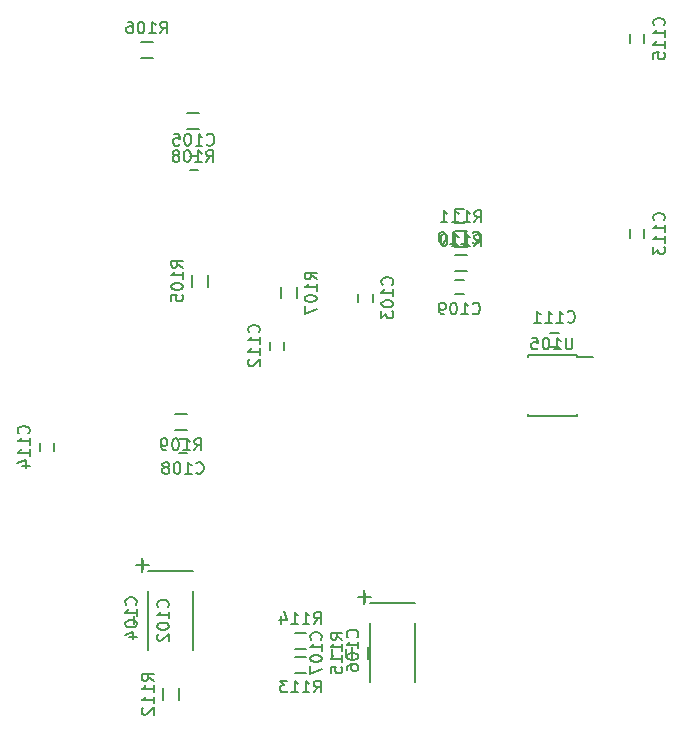
<source format=gbr>
G04 #@! TF.FileFunction,Legend,Bot*
%FSLAX46Y46*%
G04 Gerber Fmt 4.6, Leading zero omitted, Abs format (unit mm)*
G04 Created by KiCad (PCBNEW (2016-04-29 BZR 6716)-stable) date Wed 03 Aug 2016 14:46:28 CEST*
%MOMM*%
%LPD*%
G01*
G04 APERTURE LIST*
%ADD10C,0.100000*%
%ADD11C,0.150000*%
G04 APERTURE END LIST*
D10*
D11*
X121100000Y-158100000D02*
X121100000Y-157400000D01*
X119900000Y-157400000D02*
X119900000Y-158100000D01*
X140100000Y-130800000D02*
X140100000Y-130100000D01*
X138900000Y-130100000D02*
X138900000Y-130800000D01*
X125300000Y-118400000D02*
X124600000Y-118400000D01*
X124600000Y-119600000D02*
X125300000Y-119600000D01*
X136650000Y-160150000D02*
X136650000Y-160850000D01*
X137850000Y-160850000D02*
X137850000Y-160150000D01*
X123700000Y-143600000D02*
X124400000Y-143600000D01*
X124400000Y-142400000D02*
X123700000Y-142400000D01*
X147100000Y-130100000D02*
X147800000Y-130100000D01*
X147800000Y-128900000D02*
X147100000Y-128900000D01*
X147100000Y-124100000D02*
X147800000Y-124100000D01*
X147800000Y-122900000D02*
X147100000Y-122900000D01*
X126175000Y-129500000D02*
X126175000Y-128500000D01*
X124825000Y-128500000D02*
X124825000Y-129500000D01*
X120500000Y-110175000D02*
X121500000Y-110175000D01*
X121500000Y-108825000D02*
X120500000Y-108825000D01*
X132325000Y-129500000D02*
X132325000Y-130500000D01*
X133675000Y-130500000D02*
X133675000Y-129500000D01*
X125400000Y-114825000D02*
X124400000Y-114825000D01*
X124400000Y-116175000D02*
X125400000Y-116175000D01*
X124400000Y-140325000D02*
X123400000Y-140325000D01*
X123400000Y-141675000D02*
X124400000Y-141675000D01*
X147100000Y-128175000D02*
X148100000Y-128175000D01*
X148100000Y-126825000D02*
X147100000Y-126825000D01*
X147100000Y-126175000D02*
X148100000Y-126175000D01*
X148100000Y-124825000D02*
X147100000Y-124825000D01*
X157375000Y-135290000D02*
X157375000Y-135435000D01*
X153225000Y-135290000D02*
X153225000Y-135435000D01*
X153225000Y-140440000D02*
X153225000Y-140295000D01*
X157375000Y-140440000D02*
X157375000Y-140295000D01*
X157375000Y-135290000D02*
X153225000Y-135290000D01*
X157375000Y-140440000D02*
X153225000Y-140440000D01*
X157375000Y-135435000D02*
X158775000Y-135435000D01*
X155850000Y-133400000D02*
X155150000Y-133400000D01*
X155150000Y-134600000D02*
X155850000Y-134600000D01*
X131400000Y-134150000D02*
X131400000Y-134850000D01*
X132600000Y-134850000D02*
X132600000Y-134150000D01*
X163100000Y-125350000D02*
X163100000Y-124650000D01*
X161900000Y-124650000D02*
X161900000Y-125350000D01*
X111900000Y-142700000D02*
X111900000Y-143400000D01*
X113100000Y-143400000D02*
X113100000Y-142700000D01*
X163100000Y-108850000D02*
X163100000Y-108150000D01*
X161900000Y-108150000D02*
X161900000Y-108850000D01*
X123675000Y-164500000D02*
X123675000Y-163500000D01*
X122325000Y-163500000D02*
X122325000Y-164500000D01*
X134500000Y-160825000D02*
X133500000Y-160825000D01*
X133500000Y-162175000D02*
X134500000Y-162175000D01*
X133500000Y-160175000D02*
X134500000Y-160175000D01*
X134500000Y-158825000D02*
X133500000Y-158825000D01*
X139675000Y-161000000D02*
X139675000Y-160000000D01*
X138325000Y-160000000D02*
X138325000Y-161000000D01*
X121100080Y-153548840D02*
X124899920Y-153548840D01*
X121100080Y-160249360D02*
X121100080Y-155250640D01*
X124899920Y-160246820D02*
X124899920Y-155248100D01*
X120096780Y-153045920D02*
X121196600Y-153045920D01*
X120597160Y-152446480D02*
X120597160Y-153645360D01*
X139850080Y-156298840D02*
X143649920Y-156298840D01*
X139850080Y-162999360D02*
X139850080Y-158000640D01*
X143649920Y-162996820D02*
X143649920Y-157998100D01*
X138846780Y-155795920D02*
X139946600Y-155795920D01*
X139347160Y-155196480D02*
X139347160Y-156395360D01*
X122757142Y-156630952D02*
X122804761Y-156583333D01*
X122852380Y-156440476D01*
X122852380Y-156345238D01*
X122804761Y-156202380D01*
X122709523Y-156107142D01*
X122614285Y-156059523D01*
X122423809Y-156011904D01*
X122280952Y-156011904D01*
X122090476Y-156059523D01*
X121995238Y-156107142D01*
X121900000Y-156202380D01*
X121852380Y-156345238D01*
X121852380Y-156440476D01*
X121900000Y-156583333D01*
X121947619Y-156630952D01*
X122852380Y-157583333D02*
X122852380Y-157011904D01*
X122852380Y-157297619D02*
X121852380Y-157297619D01*
X121995238Y-157202380D01*
X122090476Y-157107142D01*
X122138095Y-157011904D01*
X121852380Y-158202380D02*
X121852380Y-158297619D01*
X121900000Y-158392857D01*
X121947619Y-158440476D01*
X122042857Y-158488095D01*
X122233333Y-158535714D01*
X122471428Y-158535714D01*
X122661904Y-158488095D01*
X122757142Y-158440476D01*
X122804761Y-158392857D01*
X122852380Y-158297619D01*
X122852380Y-158202380D01*
X122804761Y-158107142D01*
X122757142Y-158059523D01*
X122661904Y-158011904D01*
X122471428Y-157964285D01*
X122233333Y-157964285D01*
X122042857Y-158011904D01*
X121947619Y-158059523D01*
X121900000Y-158107142D01*
X121852380Y-158202380D01*
X121947619Y-158916666D02*
X121900000Y-158964285D01*
X121852380Y-159059523D01*
X121852380Y-159297619D01*
X121900000Y-159392857D01*
X121947619Y-159440476D01*
X122042857Y-159488095D01*
X122138095Y-159488095D01*
X122280952Y-159440476D01*
X122852380Y-158869047D01*
X122852380Y-159488095D01*
X141757142Y-129330952D02*
X141804761Y-129283333D01*
X141852380Y-129140476D01*
X141852380Y-129045238D01*
X141804761Y-128902380D01*
X141709523Y-128807142D01*
X141614285Y-128759523D01*
X141423809Y-128711904D01*
X141280952Y-128711904D01*
X141090476Y-128759523D01*
X140995238Y-128807142D01*
X140900000Y-128902380D01*
X140852380Y-129045238D01*
X140852380Y-129140476D01*
X140900000Y-129283333D01*
X140947619Y-129330952D01*
X141852380Y-130283333D02*
X141852380Y-129711904D01*
X141852380Y-129997619D02*
X140852380Y-129997619D01*
X140995238Y-129902380D01*
X141090476Y-129807142D01*
X141138095Y-129711904D01*
X140852380Y-130902380D02*
X140852380Y-130997619D01*
X140900000Y-131092857D01*
X140947619Y-131140476D01*
X141042857Y-131188095D01*
X141233333Y-131235714D01*
X141471428Y-131235714D01*
X141661904Y-131188095D01*
X141757142Y-131140476D01*
X141804761Y-131092857D01*
X141852380Y-130997619D01*
X141852380Y-130902380D01*
X141804761Y-130807142D01*
X141757142Y-130759523D01*
X141661904Y-130711904D01*
X141471428Y-130664285D01*
X141233333Y-130664285D01*
X141042857Y-130711904D01*
X140947619Y-130759523D01*
X140900000Y-130807142D01*
X140852380Y-130902380D01*
X140852380Y-131569047D02*
X140852380Y-132188095D01*
X141233333Y-131854761D01*
X141233333Y-131997619D01*
X141280952Y-132092857D01*
X141328571Y-132140476D01*
X141423809Y-132188095D01*
X141661904Y-132188095D01*
X141757142Y-132140476D01*
X141804761Y-132092857D01*
X141852380Y-131997619D01*
X141852380Y-131711904D01*
X141804761Y-131616666D01*
X141757142Y-131569047D01*
X126069047Y-117457142D02*
X126116666Y-117504761D01*
X126259523Y-117552380D01*
X126354761Y-117552380D01*
X126497619Y-117504761D01*
X126592857Y-117409523D01*
X126640476Y-117314285D01*
X126688095Y-117123809D01*
X126688095Y-116980952D01*
X126640476Y-116790476D01*
X126592857Y-116695238D01*
X126497619Y-116600000D01*
X126354761Y-116552380D01*
X126259523Y-116552380D01*
X126116666Y-116600000D01*
X126069047Y-116647619D01*
X125116666Y-117552380D02*
X125688095Y-117552380D01*
X125402380Y-117552380D02*
X125402380Y-116552380D01*
X125497619Y-116695238D01*
X125592857Y-116790476D01*
X125688095Y-116838095D01*
X124497619Y-116552380D02*
X124402380Y-116552380D01*
X124307142Y-116600000D01*
X124259523Y-116647619D01*
X124211904Y-116742857D01*
X124164285Y-116933333D01*
X124164285Y-117171428D01*
X124211904Y-117361904D01*
X124259523Y-117457142D01*
X124307142Y-117504761D01*
X124402380Y-117552380D01*
X124497619Y-117552380D01*
X124592857Y-117504761D01*
X124640476Y-117457142D01*
X124688095Y-117361904D01*
X124735714Y-117171428D01*
X124735714Y-116933333D01*
X124688095Y-116742857D01*
X124640476Y-116647619D01*
X124592857Y-116600000D01*
X124497619Y-116552380D01*
X123259523Y-116552380D02*
X123735714Y-116552380D01*
X123783333Y-117028571D01*
X123735714Y-116980952D01*
X123640476Y-116933333D01*
X123402380Y-116933333D01*
X123307142Y-116980952D01*
X123259523Y-117028571D01*
X123211904Y-117123809D01*
X123211904Y-117361904D01*
X123259523Y-117457142D01*
X123307142Y-117504761D01*
X123402380Y-117552380D01*
X123640476Y-117552380D01*
X123735714Y-117504761D01*
X123783333Y-117457142D01*
X135707142Y-159380952D02*
X135754761Y-159333333D01*
X135802380Y-159190476D01*
X135802380Y-159095238D01*
X135754761Y-158952380D01*
X135659523Y-158857142D01*
X135564285Y-158809523D01*
X135373809Y-158761904D01*
X135230952Y-158761904D01*
X135040476Y-158809523D01*
X134945238Y-158857142D01*
X134850000Y-158952380D01*
X134802380Y-159095238D01*
X134802380Y-159190476D01*
X134850000Y-159333333D01*
X134897619Y-159380952D01*
X135802380Y-160333333D02*
X135802380Y-159761904D01*
X135802380Y-160047619D02*
X134802380Y-160047619D01*
X134945238Y-159952380D01*
X135040476Y-159857142D01*
X135088095Y-159761904D01*
X134802380Y-160952380D02*
X134802380Y-161047619D01*
X134850000Y-161142857D01*
X134897619Y-161190476D01*
X134992857Y-161238095D01*
X135183333Y-161285714D01*
X135421428Y-161285714D01*
X135611904Y-161238095D01*
X135707142Y-161190476D01*
X135754761Y-161142857D01*
X135802380Y-161047619D01*
X135802380Y-160952380D01*
X135754761Y-160857142D01*
X135707142Y-160809523D01*
X135611904Y-160761904D01*
X135421428Y-160714285D01*
X135183333Y-160714285D01*
X134992857Y-160761904D01*
X134897619Y-160809523D01*
X134850000Y-160857142D01*
X134802380Y-160952380D01*
X134802380Y-161619047D02*
X134802380Y-162285714D01*
X135802380Y-161857142D01*
X125169047Y-145257142D02*
X125216666Y-145304761D01*
X125359523Y-145352380D01*
X125454761Y-145352380D01*
X125597619Y-145304761D01*
X125692857Y-145209523D01*
X125740476Y-145114285D01*
X125788095Y-144923809D01*
X125788095Y-144780952D01*
X125740476Y-144590476D01*
X125692857Y-144495238D01*
X125597619Y-144400000D01*
X125454761Y-144352380D01*
X125359523Y-144352380D01*
X125216666Y-144400000D01*
X125169047Y-144447619D01*
X124216666Y-145352380D02*
X124788095Y-145352380D01*
X124502380Y-145352380D02*
X124502380Y-144352380D01*
X124597619Y-144495238D01*
X124692857Y-144590476D01*
X124788095Y-144638095D01*
X123597619Y-144352380D02*
X123502380Y-144352380D01*
X123407142Y-144400000D01*
X123359523Y-144447619D01*
X123311904Y-144542857D01*
X123264285Y-144733333D01*
X123264285Y-144971428D01*
X123311904Y-145161904D01*
X123359523Y-145257142D01*
X123407142Y-145304761D01*
X123502380Y-145352380D01*
X123597619Y-145352380D01*
X123692857Y-145304761D01*
X123740476Y-145257142D01*
X123788095Y-145161904D01*
X123835714Y-144971428D01*
X123835714Y-144733333D01*
X123788095Y-144542857D01*
X123740476Y-144447619D01*
X123692857Y-144400000D01*
X123597619Y-144352380D01*
X122692857Y-144780952D02*
X122788095Y-144733333D01*
X122835714Y-144685714D01*
X122883333Y-144590476D01*
X122883333Y-144542857D01*
X122835714Y-144447619D01*
X122788095Y-144400000D01*
X122692857Y-144352380D01*
X122502380Y-144352380D01*
X122407142Y-144400000D01*
X122359523Y-144447619D01*
X122311904Y-144542857D01*
X122311904Y-144590476D01*
X122359523Y-144685714D01*
X122407142Y-144733333D01*
X122502380Y-144780952D01*
X122692857Y-144780952D01*
X122788095Y-144828571D01*
X122835714Y-144876190D01*
X122883333Y-144971428D01*
X122883333Y-145161904D01*
X122835714Y-145257142D01*
X122788095Y-145304761D01*
X122692857Y-145352380D01*
X122502380Y-145352380D01*
X122407142Y-145304761D01*
X122359523Y-145257142D01*
X122311904Y-145161904D01*
X122311904Y-144971428D01*
X122359523Y-144876190D01*
X122407142Y-144828571D01*
X122502380Y-144780952D01*
X148569047Y-131757142D02*
X148616666Y-131804761D01*
X148759523Y-131852380D01*
X148854761Y-131852380D01*
X148997619Y-131804761D01*
X149092857Y-131709523D01*
X149140476Y-131614285D01*
X149188095Y-131423809D01*
X149188095Y-131280952D01*
X149140476Y-131090476D01*
X149092857Y-130995238D01*
X148997619Y-130900000D01*
X148854761Y-130852380D01*
X148759523Y-130852380D01*
X148616666Y-130900000D01*
X148569047Y-130947619D01*
X147616666Y-131852380D02*
X148188095Y-131852380D01*
X147902380Y-131852380D02*
X147902380Y-130852380D01*
X147997619Y-130995238D01*
X148092857Y-131090476D01*
X148188095Y-131138095D01*
X146997619Y-130852380D02*
X146902380Y-130852380D01*
X146807142Y-130900000D01*
X146759523Y-130947619D01*
X146711904Y-131042857D01*
X146664285Y-131233333D01*
X146664285Y-131471428D01*
X146711904Y-131661904D01*
X146759523Y-131757142D01*
X146807142Y-131804761D01*
X146902380Y-131852380D01*
X146997619Y-131852380D01*
X147092857Y-131804761D01*
X147140476Y-131757142D01*
X147188095Y-131661904D01*
X147235714Y-131471428D01*
X147235714Y-131233333D01*
X147188095Y-131042857D01*
X147140476Y-130947619D01*
X147092857Y-130900000D01*
X146997619Y-130852380D01*
X146188095Y-131852380D02*
X145997619Y-131852380D01*
X145902380Y-131804761D01*
X145854761Y-131757142D01*
X145759523Y-131614285D01*
X145711904Y-131423809D01*
X145711904Y-131042857D01*
X145759523Y-130947619D01*
X145807142Y-130900000D01*
X145902380Y-130852380D01*
X146092857Y-130852380D01*
X146188095Y-130900000D01*
X146235714Y-130947619D01*
X146283333Y-131042857D01*
X146283333Y-131280952D01*
X146235714Y-131376190D01*
X146188095Y-131423809D01*
X146092857Y-131471428D01*
X145902380Y-131471428D01*
X145807142Y-131423809D01*
X145759523Y-131376190D01*
X145711904Y-131280952D01*
X148569047Y-125757142D02*
X148616666Y-125804761D01*
X148759523Y-125852380D01*
X148854761Y-125852380D01*
X148997619Y-125804761D01*
X149092857Y-125709523D01*
X149140476Y-125614285D01*
X149188095Y-125423809D01*
X149188095Y-125280952D01*
X149140476Y-125090476D01*
X149092857Y-124995238D01*
X148997619Y-124900000D01*
X148854761Y-124852380D01*
X148759523Y-124852380D01*
X148616666Y-124900000D01*
X148569047Y-124947619D01*
X147616666Y-125852380D02*
X148188095Y-125852380D01*
X147902380Y-125852380D02*
X147902380Y-124852380D01*
X147997619Y-124995238D01*
X148092857Y-125090476D01*
X148188095Y-125138095D01*
X146664285Y-125852380D02*
X147235714Y-125852380D01*
X146950000Y-125852380D02*
X146950000Y-124852380D01*
X147045238Y-124995238D01*
X147140476Y-125090476D01*
X147235714Y-125138095D01*
X146045238Y-124852380D02*
X145950000Y-124852380D01*
X145854761Y-124900000D01*
X145807142Y-124947619D01*
X145759523Y-125042857D01*
X145711904Y-125233333D01*
X145711904Y-125471428D01*
X145759523Y-125661904D01*
X145807142Y-125757142D01*
X145854761Y-125804761D01*
X145950000Y-125852380D01*
X146045238Y-125852380D01*
X146140476Y-125804761D01*
X146188095Y-125757142D01*
X146235714Y-125661904D01*
X146283333Y-125471428D01*
X146283333Y-125233333D01*
X146235714Y-125042857D01*
X146188095Y-124947619D01*
X146140476Y-124900000D01*
X146045238Y-124852380D01*
X124052380Y-127880952D02*
X123576190Y-127547619D01*
X124052380Y-127309523D02*
X123052380Y-127309523D01*
X123052380Y-127690476D01*
X123100000Y-127785714D01*
X123147619Y-127833333D01*
X123242857Y-127880952D01*
X123385714Y-127880952D01*
X123480952Y-127833333D01*
X123528571Y-127785714D01*
X123576190Y-127690476D01*
X123576190Y-127309523D01*
X124052380Y-128833333D02*
X124052380Y-128261904D01*
X124052380Y-128547619D02*
X123052380Y-128547619D01*
X123195238Y-128452380D01*
X123290476Y-128357142D01*
X123338095Y-128261904D01*
X123052380Y-129452380D02*
X123052380Y-129547619D01*
X123100000Y-129642857D01*
X123147619Y-129690476D01*
X123242857Y-129738095D01*
X123433333Y-129785714D01*
X123671428Y-129785714D01*
X123861904Y-129738095D01*
X123957142Y-129690476D01*
X124004761Y-129642857D01*
X124052380Y-129547619D01*
X124052380Y-129452380D01*
X124004761Y-129357142D01*
X123957142Y-129309523D01*
X123861904Y-129261904D01*
X123671428Y-129214285D01*
X123433333Y-129214285D01*
X123242857Y-129261904D01*
X123147619Y-129309523D01*
X123100000Y-129357142D01*
X123052380Y-129452380D01*
X123052380Y-130690476D02*
X123052380Y-130214285D01*
X123528571Y-130166666D01*
X123480952Y-130214285D01*
X123433333Y-130309523D01*
X123433333Y-130547619D01*
X123480952Y-130642857D01*
X123528571Y-130690476D01*
X123623809Y-130738095D01*
X123861904Y-130738095D01*
X123957142Y-130690476D01*
X124004761Y-130642857D01*
X124052380Y-130547619D01*
X124052380Y-130309523D01*
X124004761Y-130214285D01*
X123957142Y-130166666D01*
X122119047Y-108052380D02*
X122452380Y-107576190D01*
X122690476Y-108052380D02*
X122690476Y-107052380D01*
X122309523Y-107052380D01*
X122214285Y-107100000D01*
X122166666Y-107147619D01*
X122119047Y-107242857D01*
X122119047Y-107385714D01*
X122166666Y-107480952D01*
X122214285Y-107528571D01*
X122309523Y-107576190D01*
X122690476Y-107576190D01*
X121166666Y-108052380D02*
X121738095Y-108052380D01*
X121452380Y-108052380D02*
X121452380Y-107052380D01*
X121547619Y-107195238D01*
X121642857Y-107290476D01*
X121738095Y-107338095D01*
X120547619Y-107052380D02*
X120452380Y-107052380D01*
X120357142Y-107100000D01*
X120309523Y-107147619D01*
X120261904Y-107242857D01*
X120214285Y-107433333D01*
X120214285Y-107671428D01*
X120261904Y-107861904D01*
X120309523Y-107957142D01*
X120357142Y-108004761D01*
X120452380Y-108052380D01*
X120547619Y-108052380D01*
X120642857Y-108004761D01*
X120690476Y-107957142D01*
X120738095Y-107861904D01*
X120785714Y-107671428D01*
X120785714Y-107433333D01*
X120738095Y-107242857D01*
X120690476Y-107147619D01*
X120642857Y-107100000D01*
X120547619Y-107052380D01*
X119357142Y-107052380D02*
X119547619Y-107052380D01*
X119642857Y-107100000D01*
X119690476Y-107147619D01*
X119785714Y-107290476D01*
X119833333Y-107480952D01*
X119833333Y-107861904D01*
X119785714Y-107957142D01*
X119738095Y-108004761D01*
X119642857Y-108052380D01*
X119452380Y-108052380D01*
X119357142Y-108004761D01*
X119309523Y-107957142D01*
X119261904Y-107861904D01*
X119261904Y-107623809D01*
X119309523Y-107528571D01*
X119357142Y-107480952D01*
X119452380Y-107433333D01*
X119642857Y-107433333D01*
X119738095Y-107480952D01*
X119785714Y-107528571D01*
X119833333Y-107623809D01*
X135352380Y-128880952D02*
X134876190Y-128547619D01*
X135352380Y-128309523D02*
X134352380Y-128309523D01*
X134352380Y-128690476D01*
X134400000Y-128785714D01*
X134447619Y-128833333D01*
X134542857Y-128880952D01*
X134685714Y-128880952D01*
X134780952Y-128833333D01*
X134828571Y-128785714D01*
X134876190Y-128690476D01*
X134876190Y-128309523D01*
X135352380Y-129833333D02*
X135352380Y-129261904D01*
X135352380Y-129547619D02*
X134352380Y-129547619D01*
X134495238Y-129452380D01*
X134590476Y-129357142D01*
X134638095Y-129261904D01*
X134352380Y-130452380D02*
X134352380Y-130547619D01*
X134400000Y-130642857D01*
X134447619Y-130690476D01*
X134542857Y-130738095D01*
X134733333Y-130785714D01*
X134971428Y-130785714D01*
X135161904Y-130738095D01*
X135257142Y-130690476D01*
X135304761Y-130642857D01*
X135352380Y-130547619D01*
X135352380Y-130452380D01*
X135304761Y-130357142D01*
X135257142Y-130309523D01*
X135161904Y-130261904D01*
X134971428Y-130214285D01*
X134733333Y-130214285D01*
X134542857Y-130261904D01*
X134447619Y-130309523D01*
X134400000Y-130357142D01*
X134352380Y-130452380D01*
X134352380Y-131119047D02*
X134352380Y-131785714D01*
X135352380Y-131357142D01*
X126019047Y-118952380D02*
X126352380Y-118476190D01*
X126590476Y-118952380D02*
X126590476Y-117952380D01*
X126209523Y-117952380D01*
X126114285Y-118000000D01*
X126066666Y-118047619D01*
X126019047Y-118142857D01*
X126019047Y-118285714D01*
X126066666Y-118380952D01*
X126114285Y-118428571D01*
X126209523Y-118476190D01*
X126590476Y-118476190D01*
X125066666Y-118952380D02*
X125638095Y-118952380D01*
X125352380Y-118952380D02*
X125352380Y-117952380D01*
X125447619Y-118095238D01*
X125542857Y-118190476D01*
X125638095Y-118238095D01*
X124447619Y-117952380D02*
X124352380Y-117952380D01*
X124257142Y-118000000D01*
X124209523Y-118047619D01*
X124161904Y-118142857D01*
X124114285Y-118333333D01*
X124114285Y-118571428D01*
X124161904Y-118761904D01*
X124209523Y-118857142D01*
X124257142Y-118904761D01*
X124352380Y-118952380D01*
X124447619Y-118952380D01*
X124542857Y-118904761D01*
X124590476Y-118857142D01*
X124638095Y-118761904D01*
X124685714Y-118571428D01*
X124685714Y-118333333D01*
X124638095Y-118142857D01*
X124590476Y-118047619D01*
X124542857Y-118000000D01*
X124447619Y-117952380D01*
X123542857Y-118380952D02*
X123638095Y-118333333D01*
X123685714Y-118285714D01*
X123733333Y-118190476D01*
X123733333Y-118142857D01*
X123685714Y-118047619D01*
X123638095Y-118000000D01*
X123542857Y-117952380D01*
X123352380Y-117952380D01*
X123257142Y-118000000D01*
X123209523Y-118047619D01*
X123161904Y-118142857D01*
X123161904Y-118190476D01*
X123209523Y-118285714D01*
X123257142Y-118333333D01*
X123352380Y-118380952D01*
X123542857Y-118380952D01*
X123638095Y-118428571D01*
X123685714Y-118476190D01*
X123733333Y-118571428D01*
X123733333Y-118761904D01*
X123685714Y-118857142D01*
X123638095Y-118904761D01*
X123542857Y-118952380D01*
X123352380Y-118952380D01*
X123257142Y-118904761D01*
X123209523Y-118857142D01*
X123161904Y-118761904D01*
X123161904Y-118571428D01*
X123209523Y-118476190D01*
X123257142Y-118428571D01*
X123352380Y-118380952D01*
X125019047Y-143352380D02*
X125352380Y-142876190D01*
X125590476Y-143352380D02*
X125590476Y-142352380D01*
X125209523Y-142352380D01*
X125114285Y-142400000D01*
X125066666Y-142447619D01*
X125019047Y-142542857D01*
X125019047Y-142685714D01*
X125066666Y-142780952D01*
X125114285Y-142828571D01*
X125209523Y-142876190D01*
X125590476Y-142876190D01*
X124066666Y-143352380D02*
X124638095Y-143352380D01*
X124352380Y-143352380D02*
X124352380Y-142352380D01*
X124447619Y-142495238D01*
X124542857Y-142590476D01*
X124638095Y-142638095D01*
X123447619Y-142352380D02*
X123352380Y-142352380D01*
X123257142Y-142400000D01*
X123209523Y-142447619D01*
X123161904Y-142542857D01*
X123114285Y-142733333D01*
X123114285Y-142971428D01*
X123161904Y-143161904D01*
X123209523Y-143257142D01*
X123257142Y-143304761D01*
X123352380Y-143352380D01*
X123447619Y-143352380D01*
X123542857Y-143304761D01*
X123590476Y-143257142D01*
X123638095Y-143161904D01*
X123685714Y-142971428D01*
X123685714Y-142733333D01*
X123638095Y-142542857D01*
X123590476Y-142447619D01*
X123542857Y-142400000D01*
X123447619Y-142352380D01*
X122638095Y-143352380D02*
X122447619Y-143352380D01*
X122352380Y-143304761D01*
X122304761Y-143257142D01*
X122209523Y-143114285D01*
X122161904Y-142923809D01*
X122161904Y-142542857D01*
X122209523Y-142447619D01*
X122257142Y-142400000D01*
X122352380Y-142352380D01*
X122542857Y-142352380D01*
X122638095Y-142400000D01*
X122685714Y-142447619D01*
X122733333Y-142542857D01*
X122733333Y-142780952D01*
X122685714Y-142876190D01*
X122638095Y-142923809D01*
X122542857Y-142971428D01*
X122352380Y-142971428D01*
X122257142Y-142923809D01*
X122209523Y-142876190D01*
X122161904Y-142780952D01*
X148719047Y-126052380D02*
X149052380Y-125576190D01*
X149290476Y-126052380D02*
X149290476Y-125052380D01*
X148909523Y-125052380D01*
X148814285Y-125100000D01*
X148766666Y-125147619D01*
X148719047Y-125242857D01*
X148719047Y-125385714D01*
X148766666Y-125480952D01*
X148814285Y-125528571D01*
X148909523Y-125576190D01*
X149290476Y-125576190D01*
X147766666Y-126052380D02*
X148338095Y-126052380D01*
X148052380Y-126052380D02*
X148052380Y-125052380D01*
X148147619Y-125195238D01*
X148242857Y-125290476D01*
X148338095Y-125338095D01*
X146814285Y-126052380D02*
X147385714Y-126052380D01*
X147100000Y-126052380D02*
X147100000Y-125052380D01*
X147195238Y-125195238D01*
X147290476Y-125290476D01*
X147385714Y-125338095D01*
X146195238Y-125052380D02*
X146100000Y-125052380D01*
X146004761Y-125100000D01*
X145957142Y-125147619D01*
X145909523Y-125242857D01*
X145861904Y-125433333D01*
X145861904Y-125671428D01*
X145909523Y-125861904D01*
X145957142Y-125957142D01*
X146004761Y-126004761D01*
X146100000Y-126052380D01*
X146195238Y-126052380D01*
X146290476Y-126004761D01*
X146338095Y-125957142D01*
X146385714Y-125861904D01*
X146433333Y-125671428D01*
X146433333Y-125433333D01*
X146385714Y-125242857D01*
X146338095Y-125147619D01*
X146290476Y-125100000D01*
X146195238Y-125052380D01*
X148719047Y-124052380D02*
X149052380Y-123576190D01*
X149290476Y-124052380D02*
X149290476Y-123052380D01*
X148909523Y-123052380D01*
X148814285Y-123100000D01*
X148766666Y-123147619D01*
X148719047Y-123242857D01*
X148719047Y-123385714D01*
X148766666Y-123480952D01*
X148814285Y-123528571D01*
X148909523Y-123576190D01*
X149290476Y-123576190D01*
X147766666Y-124052380D02*
X148338095Y-124052380D01*
X148052380Y-124052380D02*
X148052380Y-123052380D01*
X148147619Y-123195238D01*
X148242857Y-123290476D01*
X148338095Y-123338095D01*
X146814285Y-124052380D02*
X147385714Y-124052380D01*
X147100000Y-124052380D02*
X147100000Y-123052380D01*
X147195238Y-123195238D01*
X147290476Y-123290476D01*
X147385714Y-123338095D01*
X145861904Y-124052380D02*
X146433333Y-124052380D01*
X146147619Y-124052380D02*
X146147619Y-123052380D01*
X146242857Y-123195238D01*
X146338095Y-123290476D01*
X146433333Y-123338095D01*
X157014285Y-133817380D02*
X157014285Y-134626904D01*
X156966666Y-134722142D01*
X156919047Y-134769761D01*
X156823809Y-134817380D01*
X156633333Y-134817380D01*
X156538095Y-134769761D01*
X156490476Y-134722142D01*
X156442857Y-134626904D01*
X156442857Y-133817380D01*
X155442857Y-134817380D02*
X156014285Y-134817380D01*
X155728571Y-134817380D02*
X155728571Y-133817380D01*
X155823809Y-133960238D01*
X155919047Y-134055476D01*
X156014285Y-134103095D01*
X154823809Y-133817380D02*
X154728571Y-133817380D01*
X154633333Y-133865000D01*
X154585714Y-133912619D01*
X154538095Y-134007857D01*
X154490476Y-134198333D01*
X154490476Y-134436428D01*
X154538095Y-134626904D01*
X154585714Y-134722142D01*
X154633333Y-134769761D01*
X154728571Y-134817380D01*
X154823809Y-134817380D01*
X154919047Y-134769761D01*
X154966666Y-134722142D01*
X155014285Y-134626904D01*
X155061904Y-134436428D01*
X155061904Y-134198333D01*
X155014285Y-134007857D01*
X154966666Y-133912619D01*
X154919047Y-133865000D01*
X154823809Y-133817380D01*
X153585714Y-133817380D02*
X154061904Y-133817380D01*
X154109523Y-134293571D01*
X154061904Y-134245952D01*
X153966666Y-134198333D01*
X153728571Y-134198333D01*
X153633333Y-134245952D01*
X153585714Y-134293571D01*
X153538095Y-134388809D01*
X153538095Y-134626904D01*
X153585714Y-134722142D01*
X153633333Y-134769761D01*
X153728571Y-134817380D01*
X153966666Y-134817380D01*
X154061904Y-134769761D01*
X154109523Y-134722142D01*
X156619047Y-132457142D02*
X156666666Y-132504761D01*
X156809523Y-132552380D01*
X156904761Y-132552380D01*
X157047619Y-132504761D01*
X157142857Y-132409523D01*
X157190476Y-132314285D01*
X157238095Y-132123809D01*
X157238095Y-131980952D01*
X157190476Y-131790476D01*
X157142857Y-131695238D01*
X157047619Y-131600000D01*
X156904761Y-131552380D01*
X156809523Y-131552380D01*
X156666666Y-131600000D01*
X156619047Y-131647619D01*
X155666666Y-132552380D02*
X156238095Y-132552380D01*
X155952380Y-132552380D02*
X155952380Y-131552380D01*
X156047619Y-131695238D01*
X156142857Y-131790476D01*
X156238095Y-131838095D01*
X154714285Y-132552380D02*
X155285714Y-132552380D01*
X155000000Y-132552380D02*
X155000000Y-131552380D01*
X155095238Y-131695238D01*
X155190476Y-131790476D01*
X155285714Y-131838095D01*
X153761904Y-132552380D02*
X154333333Y-132552380D01*
X154047619Y-132552380D02*
X154047619Y-131552380D01*
X154142857Y-131695238D01*
X154238095Y-131790476D01*
X154333333Y-131838095D01*
X130457142Y-133380952D02*
X130504761Y-133333333D01*
X130552380Y-133190476D01*
X130552380Y-133095238D01*
X130504761Y-132952380D01*
X130409523Y-132857142D01*
X130314285Y-132809523D01*
X130123809Y-132761904D01*
X129980952Y-132761904D01*
X129790476Y-132809523D01*
X129695238Y-132857142D01*
X129600000Y-132952380D01*
X129552380Y-133095238D01*
X129552380Y-133190476D01*
X129600000Y-133333333D01*
X129647619Y-133380952D01*
X130552380Y-134333333D02*
X130552380Y-133761904D01*
X130552380Y-134047619D02*
X129552380Y-134047619D01*
X129695238Y-133952380D01*
X129790476Y-133857142D01*
X129838095Y-133761904D01*
X130552380Y-135285714D02*
X130552380Y-134714285D01*
X130552380Y-135000000D02*
X129552380Y-135000000D01*
X129695238Y-134904761D01*
X129790476Y-134809523D01*
X129838095Y-134714285D01*
X129647619Y-135666666D02*
X129600000Y-135714285D01*
X129552380Y-135809523D01*
X129552380Y-136047619D01*
X129600000Y-136142857D01*
X129647619Y-136190476D01*
X129742857Y-136238095D01*
X129838095Y-136238095D01*
X129980952Y-136190476D01*
X130552380Y-135619047D01*
X130552380Y-136238095D01*
X164757142Y-123880952D02*
X164804761Y-123833333D01*
X164852380Y-123690476D01*
X164852380Y-123595238D01*
X164804761Y-123452380D01*
X164709523Y-123357142D01*
X164614285Y-123309523D01*
X164423809Y-123261904D01*
X164280952Y-123261904D01*
X164090476Y-123309523D01*
X163995238Y-123357142D01*
X163900000Y-123452380D01*
X163852380Y-123595238D01*
X163852380Y-123690476D01*
X163900000Y-123833333D01*
X163947619Y-123880952D01*
X164852380Y-124833333D02*
X164852380Y-124261904D01*
X164852380Y-124547619D02*
X163852380Y-124547619D01*
X163995238Y-124452380D01*
X164090476Y-124357142D01*
X164138095Y-124261904D01*
X164852380Y-125785714D02*
X164852380Y-125214285D01*
X164852380Y-125500000D02*
X163852380Y-125500000D01*
X163995238Y-125404761D01*
X164090476Y-125309523D01*
X164138095Y-125214285D01*
X163852380Y-126119047D02*
X163852380Y-126738095D01*
X164233333Y-126404761D01*
X164233333Y-126547619D01*
X164280952Y-126642857D01*
X164328571Y-126690476D01*
X164423809Y-126738095D01*
X164661904Y-126738095D01*
X164757142Y-126690476D01*
X164804761Y-126642857D01*
X164852380Y-126547619D01*
X164852380Y-126261904D01*
X164804761Y-126166666D01*
X164757142Y-126119047D01*
X110957142Y-141930952D02*
X111004761Y-141883333D01*
X111052380Y-141740476D01*
X111052380Y-141645238D01*
X111004761Y-141502380D01*
X110909523Y-141407142D01*
X110814285Y-141359523D01*
X110623809Y-141311904D01*
X110480952Y-141311904D01*
X110290476Y-141359523D01*
X110195238Y-141407142D01*
X110100000Y-141502380D01*
X110052380Y-141645238D01*
X110052380Y-141740476D01*
X110100000Y-141883333D01*
X110147619Y-141930952D01*
X111052380Y-142883333D02*
X111052380Y-142311904D01*
X111052380Y-142597619D02*
X110052380Y-142597619D01*
X110195238Y-142502380D01*
X110290476Y-142407142D01*
X110338095Y-142311904D01*
X111052380Y-143835714D02*
X111052380Y-143264285D01*
X111052380Y-143550000D02*
X110052380Y-143550000D01*
X110195238Y-143454761D01*
X110290476Y-143359523D01*
X110338095Y-143264285D01*
X110385714Y-144692857D02*
X111052380Y-144692857D01*
X110004761Y-144454761D02*
X110719047Y-144216666D01*
X110719047Y-144835714D01*
X164757142Y-107380952D02*
X164804761Y-107333333D01*
X164852380Y-107190476D01*
X164852380Y-107095238D01*
X164804761Y-106952380D01*
X164709523Y-106857142D01*
X164614285Y-106809523D01*
X164423809Y-106761904D01*
X164280952Y-106761904D01*
X164090476Y-106809523D01*
X163995238Y-106857142D01*
X163900000Y-106952380D01*
X163852380Y-107095238D01*
X163852380Y-107190476D01*
X163900000Y-107333333D01*
X163947619Y-107380952D01*
X164852380Y-108333333D02*
X164852380Y-107761904D01*
X164852380Y-108047619D02*
X163852380Y-108047619D01*
X163995238Y-107952380D01*
X164090476Y-107857142D01*
X164138095Y-107761904D01*
X164852380Y-109285714D02*
X164852380Y-108714285D01*
X164852380Y-109000000D02*
X163852380Y-109000000D01*
X163995238Y-108904761D01*
X164090476Y-108809523D01*
X164138095Y-108714285D01*
X163852380Y-110190476D02*
X163852380Y-109714285D01*
X164328571Y-109666666D01*
X164280952Y-109714285D01*
X164233333Y-109809523D01*
X164233333Y-110047619D01*
X164280952Y-110142857D01*
X164328571Y-110190476D01*
X164423809Y-110238095D01*
X164661904Y-110238095D01*
X164757142Y-110190476D01*
X164804761Y-110142857D01*
X164852380Y-110047619D01*
X164852380Y-109809523D01*
X164804761Y-109714285D01*
X164757142Y-109666666D01*
X121552380Y-162880952D02*
X121076190Y-162547619D01*
X121552380Y-162309523D02*
X120552380Y-162309523D01*
X120552380Y-162690476D01*
X120600000Y-162785714D01*
X120647619Y-162833333D01*
X120742857Y-162880952D01*
X120885714Y-162880952D01*
X120980952Y-162833333D01*
X121028571Y-162785714D01*
X121076190Y-162690476D01*
X121076190Y-162309523D01*
X121552380Y-163833333D02*
X121552380Y-163261904D01*
X121552380Y-163547619D02*
X120552380Y-163547619D01*
X120695238Y-163452380D01*
X120790476Y-163357142D01*
X120838095Y-163261904D01*
X121552380Y-164785714D02*
X121552380Y-164214285D01*
X121552380Y-164500000D02*
X120552380Y-164500000D01*
X120695238Y-164404761D01*
X120790476Y-164309523D01*
X120838095Y-164214285D01*
X120647619Y-165166666D02*
X120600000Y-165214285D01*
X120552380Y-165309523D01*
X120552380Y-165547619D01*
X120600000Y-165642857D01*
X120647619Y-165690476D01*
X120742857Y-165738095D01*
X120838095Y-165738095D01*
X120980952Y-165690476D01*
X121552380Y-165119047D01*
X121552380Y-165738095D01*
X135119047Y-163852380D02*
X135452380Y-163376190D01*
X135690476Y-163852380D02*
X135690476Y-162852380D01*
X135309523Y-162852380D01*
X135214285Y-162900000D01*
X135166666Y-162947619D01*
X135119047Y-163042857D01*
X135119047Y-163185714D01*
X135166666Y-163280952D01*
X135214285Y-163328571D01*
X135309523Y-163376190D01*
X135690476Y-163376190D01*
X134166666Y-163852380D02*
X134738095Y-163852380D01*
X134452380Y-163852380D02*
X134452380Y-162852380D01*
X134547619Y-162995238D01*
X134642857Y-163090476D01*
X134738095Y-163138095D01*
X133214285Y-163852380D02*
X133785714Y-163852380D01*
X133500000Y-163852380D02*
X133500000Y-162852380D01*
X133595238Y-162995238D01*
X133690476Y-163090476D01*
X133785714Y-163138095D01*
X132880952Y-162852380D02*
X132261904Y-162852380D01*
X132595238Y-163233333D01*
X132452380Y-163233333D01*
X132357142Y-163280952D01*
X132309523Y-163328571D01*
X132261904Y-163423809D01*
X132261904Y-163661904D01*
X132309523Y-163757142D01*
X132357142Y-163804761D01*
X132452380Y-163852380D01*
X132738095Y-163852380D01*
X132833333Y-163804761D01*
X132880952Y-163757142D01*
X135119047Y-158052380D02*
X135452380Y-157576190D01*
X135690476Y-158052380D02*
X135690476Y-157052380D01*
X135309523Y-157052380D01*
X135214285Y-157100000D01*
X135166666Y-157147619D01*
X135119047Y-157242857D01*
X135119047Y-157385714D01*
X135166666Y-157480952D01*
X135214285Y-157528571D01*
X135309523Y-157576190D01*
X135690476Y-157576190D01*
X134166666Y-158052380D02*
X134738095Y-158052380D01*
X134452380Y-158052380D02*
X134452380Y-157052380D01*
X134547619Y-157195238D01*
X134642857Y-157290476D01*
X134738095Y-157338095D01*
X133214285Y-158052380D02*
X133785714Y-158052380D01*
X133500000Y-158052380D02*
X133500000Y-157052380D01*
X133595238Y-157195238D01*
X133690476Y-157290476D01*
X133785714Y-157338095D01*
X132357142Y-157385714D02*
X132357142Y-158052380D01*
X132595238Y-157004761D02*
X132833333Y-157719047D01*
X132214285Y-157719047D01*
X137552380Y-159380952D02*
X137076190Y-159047619D01*
X137552380Y-158809523D02*
X136552380Y-158809523D01*
X136552380Y-159190476D01*
X136600000Y-159285714D01*
X136647619Y-159333333D01*
X136742857Y-159380952D01*
X136885714Y-159380952D01*
X136980952Y-159333333D01*
X137028571Y-159285714D01*
X137076190Y-159190476D01*
X137076190Y-158809523D01*
X137552380Y-160333333D02*
X137552380Y-159761904D01*
X137552380Y-160047619D02*
X136552380Y-160047619D01*
X136695238Y-159952380D01*
X136790476Y-159857142D01*
X136838095Y-159761904D01*
X137552380Y-161285714D02*
X137552380Y-160714285D01*
X137552380Y-161000000D02*
X136552380Y-161000000D01*
X136695238Y-160904761D01*
X136790476Y-160809523D01*
X136838095Y-160714285D01*
X136552380Y-162190476D02*
X136552380Y-161714285D01*
X137028571Y-161666666D01*
X136980952Y-161714285D01*
X136933333Y-161809523D01*
X136933333Y-162047619D01*
X136980952Y-162142857D01*
X137028571Y-162190476D01*
X137123809Y-162238095D01*
X137361904Y-162238095D01*
X137457142Y-162190476D01*
X137504761Y-162142857D01*
X137552380Y-162047619D01*
X137552380Y-161809523D01*
X137504761Y-161714285D01*
X137457142Y-161666666D01*
X120057682Y-156430292D02*
X120105301Y-156382673D01*
X120152920Y-156239816D01*
X120152920Y-156144578D01*
X120105301Y-156001720D01*
X120010063Y-155906482D01*
X119914825Y-155858863D01*
X119724349Y-155811244D01*
X119581492Y-155811244D01*
X119391016Y-155858863D01*
X119295778Y-155906482D01*
X119200540Y-156001720D01*
X119152920Y-156144578D01*
X119152920Y-156239816D01*
X119200540Y-156382673D01*
X119248159Y-156430292D01*
X120152920Y-157382673D02*
X120152920Y-156811244D01*
X120152920Y-157096959D02*
X119152920Y-157096959D01*
X119295778Y-157001720D01*
X119391016Y-156906482D01*
X119438635Y-156811244D01*
X119152920Y-158001720D02*
X119152920Y-158096959D01*
X119200540Y-158192197D01*
X119248159Y-158239816D01*
X119343397Y-158287435D01*
X119533873Y-158335054D01*
X119771968Y-158335054D01*
X119962444Y-158287435D01*
X120057682Y-158239816D01*
X120105301Y-158192197D01*
X120152920Y-158096959D01*
X120152920Y-158001720D01*
X120105301Y-157906482D01*
X120057682Y-157858863D01*
X119962444Y-157811244D01*
X119771968Y-157763625D01*
X119533873Y-157763625D01*
X119343397Y-157811244D01*
X119248159Y-157858863D01*
X119200540Y-157906482D01*
X119152920Y-158001720D01*
X119486254Y-159192197D02*
X120152920Y-159192197D01*
X119105301Y-158954101D02*
X119819587Y-158716006D01*
X119819587Y-159335054D01*
X120671128Y-152667507D02*
X120671128Y-153429412D01*
X121052080Y-153048460D02*
X120290176Y-153048460D01*
X138807682Y-159180292D02*
X138855301Y-159132673D01*
X138902920Y-158989816D01*
X138902920Y-158894578D01*
X138855301Y-158751720D01*
X138760063Y-158656482D01*
X138664825Y-158608863D01*
X138474349Y-158561244D01*
X138331492Y-158561244D01*
X138141016Y-158608863D01*
X138045778Y-158656482D01*
X137950540Y-158751720D01*
X137902920Y-158894578D01*
X137902920Y-158989816D01*
X137950540Y-159132673D01*
X137998159Y-159180292D01*
X138902920Y-160132673D02*
X138902920Y-159561244D01*
X138902920Y-159846959D02*
X137902920Y-159846959D01*
X138045778Y-159751720D01*
X138141016Y-159656482D01*
X138188635Y-159561244D01*
X137902920Y-160751720D02*
X137902920Y-160846959D01*
X137950540Y-160942197D01*
X137998159Y-160989816D01*
X138093397Y-161037435D01*
X138283873Y-161085054D01*
X138521968Y-161085054D01*
X138712444Y-161037435D01*
X138807682Y-160989816D01*
X138855301Y-160942197D01*
X138902920Y-160846959D01*
X138902920Y-160751720D01*
X138855301Y-160656482D01*
X138807682Y-160608863D01*
X138712444Y-160561244D01*
X138521968Y-160513625D01*
X138283873Y-160513625D01*
X138093397Y-160561244D01*
X137998159Y-160608863D01*
X137950540Y-160656482D01*
X137902920Y-160751720D01*
X137902920Y-161942197D02*
X137902920Y-161751720D01*
X137950540Y-161656482D01*
X137998159Y-161608863D01*
X138141016Y-161513625D01*
X138331492Y-161466006D01*
X138712444Y-161466006D01*
X138807682Y-161513625D01*
X138855301Y-161561244D01*
X138902920Y-161656482D01*
X138902920Y-161846959D01*
X138855301Y-161942197D01*
X138807682Y-161989816D01*
X138712444Y-162037435D01*
X138474349Y-162037435D01*
X138379111Y-161989816D01*
X138331492Y-161942197D01*
X138283873Y-161846959D01*
X138283873Y-161656482D01*
X138331492Y-161561244D01*
X138379111Y-161513625D01*
X138474349Y-161466006D01*
X139421128Y-155417507D02*
X139421128Y-156179412D01*
X139802080Y-155798460D02*
X139040176Y-155798460D01*
M02*

</source>
